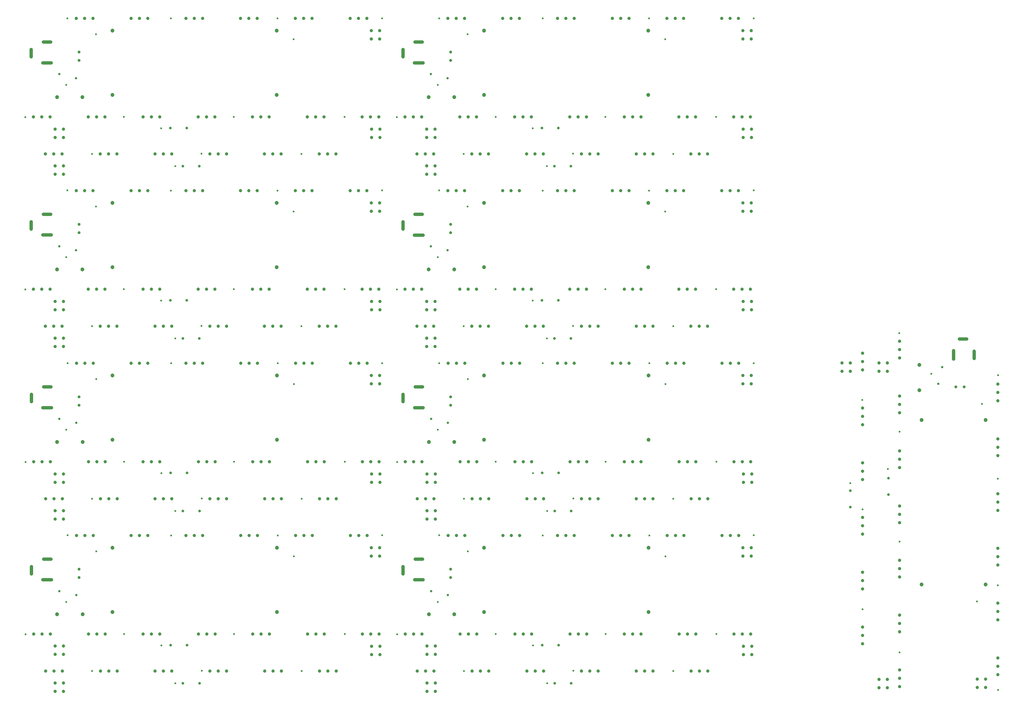
<source format=gbr>
%TF.GenerationSoftware,KiCad,Pcbnew,9.0.0*%
%TF.CreationDate,2025-07-23T13:45:27+02:00*%
%TF.ProjectId,PowerPCB,506f7765-7250-4434-922e-6b696361645f,rev?*%
%TF.SameCoordinates,Original*%
%TF.FileFunction,Plated,1,2,PTH,Mixed*%
%TF.FilePolarity,Positive*%
%FSLAX46Y46*%
G04 Gerber Fmt 4.6, Leading zero omitted, Abs format (unit mm)*
G04 Created by KiCad (PCBNEW 9.0.0) date 2025-07-23 13:45:27*
%MOMM*%
%LPD*%
G01*
G04 APERTURE LIST*
%TA.AperFunction,ViaDrill*%
%ADD10C,0.600000*%
%TD*%
%TA.AperFunction,ComponentDrill*%
%ADD11C,0.710000*%
%TD*%
%TA.AperFunction,ComponentDrill*%
%ADD12C,0.800000*%
%TD*%
%TA.AperFunction,ComponentDrill*%
%ADD13C,0.900000*%
%TD*%
G04 aperture for slot hole*
%TA.AperFunction,ComponentDrill*%
%ADD14C,1.000000*%
%TD*%
%TA.AperFunction,ComponentDrill*%
%ADD15C,1.000000*%
%TD*%
%TA.AperFunction,ComponentDrill*%
%ADD16C,1.200000*%
%TD*%
G04 APERTURE END LIST*
D10*
X58200000Y-73299000D03*
X58200000Y-125700553D03*
X58250000Y-178199000D03*
X58250000Y-230599000D03*
X70600000Y-63499000D03*
X70600000Y-115900553D03*
X70650000Y-168399000D03*
X70650000Y-220799000D03*
X71000000Y-43199000D03*
X71000000Y-95600553D03*
X71050000Y-148099000D03*
X71050000Y-200499000D03*
X78500000Y-84499000D03*
X78500000Y-136900553D03*
X78550000Y-189399000D03*
X78550000Y-241799000D03*
X79700000Y-48099000D03*
X79700000Y-100500553D03*
X79750000Y-152999000D03*
X79750000Y-205399000D03*
X88200000Y-73200000D03*
X88200000Y-125601553D03*
X88250000Y-178100000D03*
X88250000Y-230500000D03*
X99500000Y-76699000D03*
X99500000Y-129100553D03*
X99550000Y-181599000D03*
X99550000Y-233999000D03*
X102500000Y-43249000D03*
X102500000Y-95650553D03*
X102550000Y-148149000D03*
X102550000Y-200549000D03*
X103800000Y-88199000D03*
X103800000Y-140600553D03*
X103850000Y-193099000D03*
X103850000Y-245499000D03*
X111800000Y-84399000D03*
X111800000Y-136800553D03*
X111850000Y-189299000D03*
X111850000Y-241699000D03*
X121600000Y-73200000D03*
X121600000Y-125601553D03*
X121650000Y-178100000D03*
X121650000Y-230500000D03*
X134900000Y-43249000D03*
X134900000Y-95650553D03*
X134950000Y-148149000D03*
X134950000Y-200549000D03*
X139800000Y-49599000D03*
X139800000Y-102000553D03*
X139850000Y-154499000D03*
X139850000Y-206899000D03*
X142200000Y-84449000D03*
X142200000Y-136850553D03*
X142250000Y-189349000D03*
X142250000Y-241749000D03*
X155300000Y-73200000D03*
X155300000Y-125601553D03*
X155350000Y-178100000D03*
X155350000Y-230500000D03*
X166700000Y-43199000D03*
X166700000Y-95600553D03*
X166750000Y-148099000D03*
X166750000Y-200499000D03*
X171250000Y-73300000D03*
X171250000Y-125701553D03*
X171300000Y-178200000D03*
X171300000Y-230600000D03*
X183650000Y-63500000D03*
X183650000Y-115901553D03*
X183700000Y-168400000D03*
X183700000Y-220800000D03*
X184050000Y-43200000D03*
X184050000Y-95601553D03*
X184100000Y-148100000D03*
X184100000Y-200500000D03*
X191550000Y-84500000D03*
X191550000Y-136901553D03*
X191600000Y-189400000D03*
X191600000Y-241800000D03*
X192750000Y-48100000D03*
X192750000Y-100501553D03*
X192800000Y-153000000D03*
X192800000Y-205400000D03*
X201250000Y-73201000D03*
X201250000Y-125602553D03*
X201300000Y-178101000D03*
X201300000Y-230501000D03*
X212550000Y-76700000D03*
X212550000Y-129101553D03*
X212600000Y-181600000D03*
X212600000Y-234000000D03*
X215550000Y-43250000D03*
X215550000Y-95651553D03*
X215600000Y-148150000D03*
X215600000Y-200550000D03*
X216850000Y-88200000D03*
X216850000Y-140601553D03*
X216900000Y-193100000D03*
X216900000Y-245500000D03*
X224850000Y-84400000D03*
X224850000Y-136801553D03*
X224900000Y-189300000D03*
X224900000Y-241700000D03*
X234650000Y-73201000D03*
X234650000Y-125602553D03*
X234700000Y-178101000D03*
X234700000Y-230501000D03*
X247950000Y-43250000D03*
X247950000Y-95651553D03*
X248000000Y-148150000D03*
X248000000Y-200550000D03*
X252850000Y-49600000D03*
X252850000Y-102001553D03*
X252900000Y-154500000D03*
X252900000Y-206900000D03*
X255250000Y-84450000D03*
X255250000Y-136851553D03*
X255300000Y-189350000D03*
X255300000Y-241750000D03*
X268350000Y-73201000D03*
X268350000Y-125602553D03*
X268400000Y-178101000D03*
X268400000Y-230501000D03*
X279750000Y-43200000D03*
X279750000Y-95601553D03*
X279800000Y-148100000D03*
X279800000Y-200500000D03*
X309100000Y-184599000D03*
X312800000Y-159299000D03*
X312850000Y-222999000D03*
X312900000Y-192599000D03*
X320600000Y-180299000D03*
X324000000Y-138999000D03*
X324099000Y-168999000D03*
X324099000Y-202399000D03*
X324099000Y-236099000D03*
X333800000Y-151399000D03*
X347700000Y-220599000D03*
X349200000Y-160499000D03*
X354050000Y-183299000D03*
X354050000Y-215699000D03*
X354100000Y-151799000D03*
X354100000Y-247499000D03*
D11*
%TO.C,F1*%
X68500000Y-60199000D03*
X68500000Y-112600553D03*
X68550000Y-165099000D03*
X68550000Y-217499000D03*
X73600000Y-61399000D03*
X73600000Y-113800553D03*
X73650000Y-166299000D03*
X73650000Y-218699000D03*
X181550000Y-60200000D03*
X181550000Y-112601553D03*
X181600000Y-165100000D03*
X181600000Y-217500000D03*
X186650000Y-61400000D03*
X186650000Y-113801553D03*
X186700000Y-166300000D03*
X186700000Y-218700000D03*
X335900000Y-154399000D03*
X337100000Y-149299000D03*
D12*
%TO.C,C1*%
X102297349Y-76599000D03*
X102297349Y-129000553D03*
X102347349Y-181499000D03*
X102347349Y-233899000D03*
%TO.C,C2*%
X106097349Y-88199000D03*
X106097349Y-140600553D03*
X106147349Y-193099000D03*
X106147349Y-245499000D03*
%TO.C,C1*%
X107297349Y-76599000D03*
X107297349Y-129000553D03*
X107347349Y-181499000D03*
X107347349Y-233899000D03*
%TO.C,C2*%
X111097349Y-88199000D03*
X111097349Y-140600553D03*
X111147349Y-193099000D03*
X111147349Y-245499000D03*
%TO.C,C1*%
X215347349Y-76600000D03*
X215347349Y-129001553D03*
X215397349Y-181500000D03*
X215397349Y-233900000D03*
%TO.C,C2*%
X219147349Y-88200000D03*
X219147349Y-140601553D03*
X219197349Y-193100000D03*
X219197349Y-245500000D03*
%TO.C,C1*%
X220347349Y-76600000D03*
X220347349Y-129001553D03*
X220397349Y-181500000D03*
X220397349Y-233900000D03*
%TO.C,C2*%
X224147349Y-88200000D03*
X224147349Y-140601553D03*
X224197349Y-193100000D03*
X224197349Y-245500000D03*
X309100000Y-186896349D03*
X309100000Y-191896349D03*
%TO.C,C1*%
X320700000Y-183096349D03*
X320700000Y-188096349D03*
D13*
%TO.C,D1*%
X74500000Y-53504000D03*
X74500000Y-56044000D03*
X74500000Y-105905553D03*
X74500000Y-108445553D03*
X74550000Y-158404000D03*
X74550000Y-160944000D03*
X74550000Y-210804000D03*
X74550000Y-213344000D03*
X187550000Y-53505000D03*
X187550000Y-56045000D03*
X187550000Y-105906553D03*
X187550000Y-108446553D03*
X187600000Y-158405000D03*
X187600000Y-160945000D03*
X187600000Y-210805000D03*
X187600000Y-213345000D03*
X341255000Y-155299000D03*
X343795000Y-155299000D03*
D14*
%TO.C,J1*%
X60000000Y-52748000D02*
X60000000Y-54948000D01*
X60000000Y-105149553D02*
X60000000Y-107349553D01*
X60050000Y-157648000D02*
X60050000Y-159848000D01*
X60050000Y-210048000D02*
X60050000Y-212248000D01*
D15*
%TO.C,X7*%
X60658600Y-73200000D03*
X60658600Y-125601553D03*
X60708600Y-178100000D03*
X60708600Y-230500000D03*
X63198600Y-73200000D03*
X63198600Y-125601553D03*
X63248600Y-178100000D03*
X63248600Y-230500000D03*
%TO.C,X14*%
X64295400Y-84449000D03*
X64295400Y-136850553D03*
X64345400Y-189349000D03*
X64345400Y-241749000D03*
D14*
%TO.C,J1*%
X63700000Y-50448000D02*
X65900000Y-50448000D01*
X63500000Y-56748000D02*
X66100000Y-56748000D01*
X63700000Y-102849553D02*
X65900000Y-102849553D01*
X63500000Y-109149553D02*
X66100000Y-109149553D01*
X63750000Y-155348000D02*
X65950000Y-155348000D01*
X63550000Y-161648000D02*
X66150000Y-161648000D01*
X63750000Y-207748000D02*
X65950000Y-207748000D01*
X63550000Y-214048000D02*
X66150000Y-214048000D01*
D15*
%TO.C,X7*%
X65738600Y-73200000D03*
X65738600Y-125601553D03*
X65788600Y-178100000D03*
X65788600Y-230500000D03*
%TO.C,X14*%
X66835400Y-84449000D03*
X66835400Y-136850553D03*
X66885400Y-189349000D03*
X66885400Y-241749000D03*
%TO.C,J4*%
X67235000Y-76900000D03*
X67235000Y-79440000D03*
%TO.C,J5*%
X67235000Y-88149000D03*
X67235000Y-90689000D03*
%TO.C,J4*%
X67235000Y-129301553D03*
X67235000Y-131841553D03*
%TO.C,J5*%
X67235000Y-140550553D03*
X67235000Y-143090553D03*
%TO.C,J4*%
X67285000Y-181800000D03*
X67285000Y-184340000D03*
%TO.C,J5*%
X67285000Y-193049000D03*
X67285000Y-195589000D03*
%TO.C,J4*%
X67285000Y-234200000D03*
X67285000Y-236740000D03*
%TO.C,J5*%
X67285000Y-245449000D03*
X67285000Y-247989000D03*
%TO.C,X14*%
X69375400Y-84449000D03*
X69375400Y-136850553D03*
X69425400Y-189349000D03*
X69425400Y-241749000D03*
%TO.C,J4*%
X69775000Y-76900000D03*
X69775000Y-79440000D03*
%TO.C,J5*%
X69775000Y-88149000D03*
X69775000Y-90689000D03*
%TO.C,J4*%
X69775000Y-129301553D03*
X69775000Y-131841553D03*
%TO.C,J5*%
X69775000Y-140550553D03*
X69775000Y-143090553D03*
%TO.C,J4*%
X69825000Y-181800000D03*
X69825000Y-184340000D03*
%TO.C,J5*%
X69825000Y-193049000D03*
X69825000Y-195589000D03*
%TO.C,J4*%
X69825000Y-234200000D03*
X69825000Y-236740000D03*
%TO.C,J5*%
X69825000Y-245449000D03*
X69825000Y-247989000D03*
%TO.C,X1*%
X73684200Y-43249000D03*
X73684200Y-95650553D03*
X73734200Y-148149000D03*
X73734200Y-200549000D03*
X76224200Y-43249000D03*
X76224200Y-95650553D03*
X76274200Y-148149000D03*
X76274200Y-200549000D03*
%TO.C,X8*%
X77321000Y-73200000D03*
X77321000Y-125601553D03*
X77371000Y-178100000D03*
X77371000Y-230500000D03*
%TO.C,X1*%
X78764200Y-43249000D03*
X78764200Y-95650553D03*
X78814200Y-148149000D03*
X78814200Y-200549000D03*
%TO.C,X8*%
X79861000Y-73200000D03*
X79861000Y-125601553D03*
X79911000Y-178100000D03*
X79911000Y-230500000D03*
%TO.C,X15*%
X80957800Y-84449000D03*
X80957800Y-136850553D03*
X81007800Y-189349000D03*
X81007800Y-241749000D03*
%TO.C,X8*%
X82401000Y-73200000D03*
X82401000Y-125601553D03*
X82451000Y-178100000D03*
X82451000Y-230500000D03*
%TO.C,X15*%
X83497800Y-84449000D03*
X83497800Y-136850553D03*
X83547800Y-189349000D03*
X83547800Y-241749000D03*
X86037800Y-84449000D03*
X86037800Y-136850553D03*
X86087800Y-189349000D03*
X86087800Y-241749000D03*
%TO.C,X2*%
X90346600Y-43249000D03*
X90346600Y-95650553D03*
X90396600Y-148149000D03*
X90396600Y-200549000D03*
X92886600Y-43249000D03*
X92886600Y-95650553D03*
X92936600Y-148149000D03*
X92936600Y-200549000D03*
%TO.C,X9*%
X93975000Y-73199000D03*
X93975000Y-125600553D03*
X94025000Y-178099000D03*
X94025000Y-230499000D03*
%TO.C,X2*%
X95426600Y-43249000D03*
X95426600Y-95650553D03*
X95476600Y-148149000D03*
X95476600Y-200549000D03*
%TO.C,X9*%
X96515000Y-73199000D03*
X96515000Y-125600553D03*
X96565000Y-178099000D03*
X96565000Y-230499000D03*
%TO.C,X16*%
X97620200Y-84449000D03*
X97620200Y-136850553D03*
X97670200Y-189349000D03*
X97670200Y-241749000D03*
%TO.C,X9*%
X99055000Y-73199000D03*
X99055000Y-125600553D03*
X99105000Y-178099000D03*
X99105000Y-230499000D03*
%TO.C,X16*%
X100160200Y-84449000D03*
X100160200Y-136850553D03*
X100210200Y-189349000D03*
X100210200Y-241749000D03*
X102700200Y-84449000D03*
X102700200Y-136850553D03*
X102750200Y-189349000D03*
X102750200Y-241749000D03*
%TO.C,X3*%
X107009000Y-43249000D03*
X107009000Y-95650553D03*
X107059000Y-148149000D03*
X107059000Y-200549000D03*
X109549000Y-43249000D03*
X109549000Y-95650553D03*
X109599000Y-148149000D03*
X109599000Y-200549000D03*
%TO.C,X10*%
X110775000Y-73199000D03*
X110775000Y-125600553D03*
X110825000Y-178099000D03*
X110825000Y-230499000D03*
%TO.C,X3*%
X112089000Y-43249000D03*
X112089000Y-95650553D03*
X112139000Y-148149000D03*
X112139000Y-200549000D03*
%TO.C,X10*%
X113315000Y-73199000D03*
X113315000Y-125600553D03*
X113365000Y-178099000D03*
X113365000Y-230499000D03*
%TO.C,X17*%
X114282600Y-84449000D03*
X114282600Y-136850553D03*
X114332600Y-189349000D03*
X114332600Y-241749000D03*
%TO.C,X10*%
X115855000Y-73199000D03*
X115855000Y-125600553D03*
X115905000Y-178099000D03*
X115905000Y-230499000D03*
%TO.C,X17*%
X116822600Y-84449000D03*
X116822600Y-136850553D03*
X116872600Y-189349000D03*
X116872600Y-241749000D03*
X119362600Y-84449000D03*
X119362600Y-136850553D03*
X119412600Y-189349000D03*
X119412600Y-241749000D03*
%TO.C,X4*%
X123671400Y-43249000D03*
X123671400Y-95650553D03*
X123721400Y-148149000D03*
X123721400Y-200549000D03*
X126211400Y-43249000D03*
X126211400Y-95650553D03*
X126261400Y-148149000D03*
X126261400Y-200549000D03*
%TO.C,X11*%
X127308200Y-73200000D03*
X127308200Y-125601553D03*
X127358200Y-178100000D03*
X127358200Y-230500000D03*
%TO.C,X4*%
X128751400Y-43249000D03*
X128751400Y-95650553D03*
X128801400Y-148149000D03*
X128801400Y-200549000D03*
%TO.C,X11*%
X129848200Y-73200000D03*
X129848200Y-125601553D03*
X129898200Y-178100000D03*
X129898200Y-230500000D03*
%TO.C,X18*%
X130945000Y-84449000D03*
X130945000Y-136850553D03*
X130995000Y-189349000D03*
X130995000Y-241749000D03*
%TO.C,X11*%
X132388200Y-73200000D03*
X132388200Y-125601553D03*
X132438200Y-178100000D03*
X132438200Y-230500000D03*
%TO.C,X18*%
X133485000Y-84449000D03*
X133485000Y-136850553D03*
X133535000Y-189349000D03*
X133535000Y-241749000D03*
X136025000Y-84449000D03*
X136025000Y-136850553D03*
X136075000Y-189349000D03*
X136075000Y-241749000D03*
%TO.C,X5*%
X140333800Y-43249000D03*
X140333800Y-95650553D03*
X140383800Y-148149000D03*
X140383800Y-200549000D03*
X142873800Y-43249000D03*
X142873800Y-95650553D03*
X142923800Y-148149000D03*
X142923800Y-200549000D03*
%TO.C,X12*%
X143970600Y-73200000D03*
X143970600Y-125601553D03*
X144020600Y-178100000D03*
X144020600Y-230500000D03*
%TO.C,X5*%
X145413800Y-43249000D03*
X145413800Y-95650553D03*
X145463800Y-148149000D03*
X145463800Y-200549000D03*
%TO.C,X12*%
X146510600Y-73200000D03*
X146510600Y-125601553D03*
X146560600Y-178100000D03*
X146560600Y-230500000D03*
%TO.C,X19*%
X147607400Y-84449000D03*
X147607400Y-136850553D03*
X147657400Y-189349000D03*
X147657400Y-241749000D03*
%TO.C,X12*%
X149050600Y-73200000D03*
X149050600Y-125601553D03*
X149100600Y-178100000D03*
X149100600Y-230500000D03*
%TO.C,X19*%
X150147400Y-84449000D03*
X150147400Y-136850553D03*
X150197400Y-189349000D03*
X150197400Y-241749000D03*
X152687400Y-84449000D03*
X152687400Y-136850553D03*
X152737400Y-189349000D03*
X152737400Y-241749000D03*
%TO.C,X6*%
X156996200Y-43249000D03*
X156996200Y-95650553D03*
X157046200Y-148149000D03*
X157046200Y-200549000D03*
X159536200Y-43249000D03*
X159536200Y-95650553D03*
X159586200Y-148149000D03*
X159586200Y-200549000D03*
%TO.C,X13*%
X160633000Y-73200000D03*
X160633000Y-125601553D03*
X160683000Y-178100000D03*
X160683000Y-230500000D03*
%TO.C,X6*%
X162076200Y-43249000D03*
X162076200Y-95650553D03*
X162126200Y-148149000D03*
X162126200Y-200549000D03*
%TO.C,X13*%
X163173000Y-73200000D03*
X163173000Y-125601553D03*
X163223000Y-178100000D03*
X163223000Y-230500000D03*
%TO.C,J2*%
X163400000Y-46999000D03*
X163400000Y-49539000D03*
X163400000Y-99400553D03*
X163400000Y-101940553D03*
X163450000Y-151899000D03*
X163450000Y-154439000D03*
X163450000Y-204299000D03*
X163450000Y-206839000D03*
%TO.C,J3*%
X163500000Y-76925000D03*
X163500000Y-79465000D03*
X163500000Y-129326553D03*
X163500000Y-131866553D03*
X163550000Y-181825000D03*
X163550000Y-184365000D03*
X163550000Y-234225000D03*
X163550000Y-236765000D03*
%TO.C,X13*%
X165713000Y-73200000D03*
X165713000Y-125601553D03*
X165763000Y-178100000D03*
X165763000Y-230500000D03*
%TO.C,J2*%
X165940000Y-46999000D03*
X165940000Y-49539000D03*
X165940000Y-99400553D03*
X165940000Y-101940553D03*
X165990000Y-151899000D03*
X165990000Y-154439000D03*
X165990000Y-204299000D03*
X165990000Y-206839000D03*
%TO.C,J3*%
X166040000Y-76925000D03*
X166040000Y-79465000D03*
X166040000Y-129326553D03*
X166040000Y-131866553D03*
X166090000Y-181825000D03*
X166090000Y-184365000D03*
X166090000Y-234225000D03*
X166090000Y-236765000D03*
D14*
%TO.C,J1*%
X173050000Y-52749000D02*
X173050000Y-54949000D01*
X173050000Y-105150553D02*
X173050000Y-107350553D01*
X173100000Y-157649000D02*
X173100000Y-159849000D01*
X173100000Y-210049000D02*
X173100000Y-212249000D01*
D15*
%TO.C,X7*%
X173708600Y-73201000D03*
X173708600Y-125602553D03*
X173758600Y-178101000D03*
X173758600Y-230501000D03*
X176248600Y-73201000D03*
X176248600Y-125602553D03*
X176298600Y-178101000D03*
X176298600Y-230501000D03*
%TO.C,X14*%
X177345400Y-84450000D03*
X177345400Y-136851553D03*
X177395400Y-189350000D03*
X177395400Y-241750000D03*
D14*
%TO.C,J1*%
X176750000Y-50449000D02*
X178950000Y-50449000D01*
X176550000Y-56749000D02*
X179150000Y-56749000D01*
X176750000Y-102850553D02*
X178950000Y-102850553D01*
X176550000Y-109150553D02*
X179150000Y-109150553D01*
X176800000Y-155349000D02*
X179000000Y-155349000D01*
X176600000Y-161649000D02*
X179200000Y-161649000D01*
X176800000Y-207749000D02*
X179000000Y-207749000D01*
X176600000Y-214049000D02*
X179200000Y-214049000D01*
D15*
%TO.C,X7*%
X178788600Y-73201000D03*
X178788600Y-125602553D03*
X178838600Y-178101000D03*
X178838600Y-230501000D03*
%TO.C,X14*%
X179885400Y-84450000D03*
X179885400Y-136851553D03*
X179935400Y-189350000D03*
X179935400Y-241750000D03*
%TO.C,J4*%
X180285000Y-76901000D03*
X180285000Y-79441000D03*
%TO.C,J5*%
X180285000Y-88150000D03*
X180285000Y-90690000D03*
%TO.C,J4*%
X180285000Y-129302553D03*
X180285000Y-131842553D03*
%TO.C,J5*%
X180285000Y-140551553D03*
X180285000Y-143091553D03*
%TO.C,J4*%
X180335000Y-181801000D03*
X180335000Y-184341000D03*
%TO.C,J5*%
X180335000Y-193050000D03*
X180335000Y-195590000D03*
%TO.C,J4*%
X180335000Y-234201000D03*
X180335000Y-236741000D03*
%TO.C,J5*%
X180335000Y-245450000D03*
X180335000Y-247990000D03*
%TO.C,X14*%
X182425400Y-84450000D03*
X182425400Y-136851553D03*
X182475400Y-189350000D03*
X182475400Y-241750000D03*
%TO.C,J4*%
X182825000Y-76901000D03*
X182825000Y-79441000D03*
%TO.C,J5*%
X182825000Y-88150000D03*
X182825000Y-90690000D03*
%TO.C,J4*%
X182825000Y-129302553D03*
X182825000Y-131842553D03*
%TO.C,J5*%
X182825000Y-140551553D03*
X182825000Y-143091553D03*
%TO.C,J4*%
X182875000Y-181801000D03*
X182875000Y-184341000D03*
%TO.C,J5*%
X182875000Y-193050000D03*
X182875000Y-195590000D03*
%TO.C,J4*%
X182875000Y-234201000D03*
X182875000Y-236741000D03*
%TO.C,J5*%
X182875000Y-245450000D03*
X182875000Y-247990000D03*
%TO.C,X1*%
X186734200Y-43250000D03*
X186734200Y-95651553D03*
X186784200Y-148150000D03*
X186784200Y-200550000D03*
X189274200Y-43250000D03*
X189274200Y-95651553D03*
X189324200Y-148150000D03*
X189324200Y-200550000D03*
%TO.C,X8*%
X190371000Y-73201000D03*
X190371000Y-125602553D03*
X190421000Y-178101000D03*
X190421000Y-230501000D03*
%TO.C,X1*%
X191814200Y-43250000D03*
X191814200Y-95651553D03*
X191864200Y-148150000D03*
X191864200Y-200550000D03*
%TO.C,X8*%
X192911000Y-73201000D03*
X192911000Y-125602553D03*
X192961000Y-178101000D03*
X192961000Y-230501000D03*
%TO.C,X15*%
X194007800Y-84450000D03*
X194007800Y-136851553D03*
X194057800Y-189350000D03*
X194057800Y-241750000D03*
%TO.C,X8*%
X195451000Y-73201000D03*
X195451000Y-125602553D03*
X195501000Y-178101000D03*
X195501000Y-230501000D03*
%TO.C,X15*%
X196547800Y-84450000D03*
X196547800Y-136851553D03*
X196597800Y-189350000D03*
X196597800Y-241750000D03*
X199087800Y-84450000D03*
X199087800Y-136851553D03*
X199137800Y-189350000D03*
X199137800Y-241750000D03*
%TO.C,X2*%
X203396600Y-43250000D03*
X203396600Y-95651553D03*
X203446600Y-148150000D03*
X203446600Y-200550000D03*
X205936600Y-43250000D03*
X205936600Y-95651553D03*
X205986600Y-148150000D03*
X205986600Y-200550000D03*
%TO.C,X9*%
X207025000Y-73200000D03*
X207025000Y-125601553D03*
X207075000Y-178100000D03*
X207075000Y-230500000D03*
%TO.C,X2*%
X208476600Y-43250000D03*
X208476600Y-95651553D03*
X208526600Y-148150000D03*
X208526600Y-200550000D03*
%TO.C,X9*%
X209565000Y-73200000D03*
X209565000Y-125601553D03*
X209615000Y-178100000D03*
X209615000Y-230500000D03*
%TO.C,X16*%
X210670200Y-84450000D03*
X210670200Y-136851553D03*
X210720200Y-189350000D03*
X210720200Y-241750000D03*
%TO.C,X9*%
X212105000Y-73200000D03*
X212105000Y-125601553D03*
X212155000Y-178100000D03*
X212155000Y-230500000D03*
%TO.C,X16*%
X213210200Y-84450000D03*
X213210200Y-136851553D03*
X213260200Y-189350000D03*
X213260200Y-241750000D03*
X215750200Y-84450000D03*
X215750200Y-136851553D03*
X215800200Y-189350000D03*
X215800200Y-241750000D03*
%TO.C,X3*%
X220059000Y-43250000D03*
X220059000Y-95651553D03*
X220109000Y-148150000D03*
X220109000Y-200550000D03*
X222599000Y-43250000D03*
X222599000Y-95651553D03*
X222649000Y-148150000D03*
X222649000Y-200550000D03*
%TO.C,X10*%
X223825000Y-73200000D03*
X223825000Y-125601553D03*
X223875000Y-178100000D03*
X223875000Y-230500000D03*
%TO.C,X3*%
X225139000Y-43250000D03*
X225139000Y-95651553D03*
X225189000Y-148150000D03*
X225189000Y-200550000D03*
%TO.C,X10*%
X226365000Y-73200000D03*
X226365000Y-125601553D03*
X226415000Y-178100000D03*
X226415000Y-230500000D03*
%TO.C,X17*%
X227332600Y-84450000D03*
X227332600Y-136851553D03*
X227382600Y-189350000D03*
X227382600Y-241750000D03*
%TO.C,X10*%
X228905000Y-73200000D03*
X228905000Y-125601553D03*
X228955000Y-178100000D03*
X228955000Y-230500000D03*
%TO.C,X17*%
X229872600Y-84450000D03*
X229872600Y-136851553D03*
X229922600Y-189350000D03*
X229922600Y-241750000D03*
X232412600Y-84450000D03*
X232412600Y-136851553D03*
X232462600Y-189350000D03*
X232462600Y-241750000D03*
%TO.C,X4*%
X236721400Y-43250000D03*
X236721400Y-95651553D03*
X236771400Y-148150000D03*
X236771400Y-200550000D03*
X239261400Y-43250000D03*
X239261400Y-95651553D03*
X239311400Y-148150000D03*
X239311400Y-200550000D03*
%TO.C,X11*%
X240358200Y-73201000D03*
X240358200Y-125602553D03*
X240408200Y-178101000D03*
X240408200Y-230501000D03*
%TO.C,X4*%
X241801400Y-43250000D03*
X241801400Y-95651553D03*
X241851400Y-148150000D03*
X241851400Y-200550000D03*
%TO.C,X11*%
X242898200Y-73201000D03*
X242898200Y-125602553D03*
X242948200Y-178101000D03*
X242948200Y-230501000D03*
%TO.C,X18*%
X243995000Y-84450000D03*
X243995000Y-136851553D03*
X244045000Y-189350000D03*
X244045000Y-241750000D03*
%TO.C,X11*%
X245438200Y-73201000D03*
X245438200Y-125602553D03*
X245488200Y-178101000D03*
X245488200Y-230501000D03*
%TO.C,X18*%
X246535000Y-84450000D03*
X246535000Y-136851553D03*
X246585000Y-189350000D03*
X246585000Y-241750000D03*
X249075000Y-84450000D03*
X249075000Y-136851553D03*
X249125000Y-189350000D03*
X249125000Y-241750000D03*
%TO.C,X5*%
X253383800Y-43250000D03*
X253383800Y-95651553D03*
X253433800Y-148150000D03*
X253433800Y-200550000D03*
X255923800Y-43250000D03*
X255923800Y-95651553D03*
X255973800Y-148150000D03*
X255973800Y-200550000D03*
%TO.C,X12*%
X257020600Y-73201000D03*
X257020600Y-125602553D03*
X257070600Y-178101000D03*
X257070600Y-230501000D03*
%TO.C,X5*%
X258463800Y-43250000D03*
X258463800Y-95651553D03*
X258513800Y-148150000D03*
X258513800Y-200550000D03*
%TO.C,X12*%
X259560600Y-73201000D03*
X259560600Y-125602553D03*
X259610600Y-178101000D03*
X259610600Y-230501000D03*
%TO.C,X19*%
X260657400Y-84450000D03*
X260657400Y-136851553D03*
X260707400Y-189350000D03*
X260707400Y-241750000D03*
%TO.C,X12*%
X262100600Y-73201000D03*
X262100600Y-125602553D03*
X262150600Y-178101000D03*
X262150600Y-230501000D03*
%TO.C,X19*%
X263197400Y-84450000D03*
X263197400Y-136851553D03*
X263247400Y-189350000D03*
X263247400Y-241750000D03*
X265737400Y-84450000D03*
X265737400Y-136851553D03*
X265787400Y-189350000D03*
X265787400Y-241750000D03*
%TO.C,X6*%
X270046200Y-43250000D03*
X270046200Y-95651553D03*
X270096200Y-148150000D03*
X270096200Y-200550000D03*
X272586200Y-43250000D03*
X272586200Y-95651553D03*
X272636200Y-148150000D03*
X272636200Y-200550000D03*
%TO.C,X13*%
X273683000Y-73201000D03*
X273683000Y-125602553D03*
X273733000Y-178101000D03*
X273733000Y-230501000D03*
%TO.C,X6*%
X275126200Y-43250000D03*
X275126200Y-95651553D03*
X275176200Y-148150000D03*
X275176200Y-200550000D03*
%TO.C,X13*%
X276223000Y-73201000D03*
X276223000Y-125602553D03*
X276273000Y-178101000D03*
X276273000Y-230501000D03*
%TO.C,J2*%
X276450000Y-47000000D03*
X276450000Y-49540000D03*
X276450000Y-99401553D03*
X276450000Y-101941553D03*
X276500000Y-151900000D03*
X276500000Y-154440000D03*
X276500000Y-204300000D03*
X276500000Y-206840000D03*
%TO.C,J3*%
X276550000Y-76926000D03*
X276550000Y-79466000D03*
X276550000Y-129327553D03*
X276550000Y-131867553D03*
X276600000Y-181826000D03*
X276600000Y-184366000D03*
X276600000Y-234226000D03*
X276600000Y-236766000D03*
%TO.C,X13*%
X278763000Y-73201000D03*
X278763000Y-125602553D03*
X278813000Y-178101000D03*
X278813000Y-230501000D03*
%TO.C,J2*%
X278990000Y-47000000D03*
X278990000Y-49540000D03*
X278990000Y-99401553D03*
X278990000Y-101941553D03*
X279040000Y-151900000D03*
X279040000Y-154440000D03*
X279040000Y-204300000D03*
X279040000Y-206840000D03*
%TO.C,J3*%
X279090000Y-76926000D03*
X279090000Y-79466000D03*
X279090000Y-129327553D03*
X279090000Y-131867553D03*
X279140000Y-181826000D03*
X279140000Y-184366000D03*
X279140000Y-234226000D03*
X279140000Y-236766000D03*
%TO.C,J5*%
X306610000Y-148034000D03*
X306610000Y-150574000D03*
X309150000Y-148034000D03*
X309150000Y-150574000D03*
%TO.C,X14*%
X312850000Y-145094400D03*
X312850000Y-147634400D03*
X312850000Y-150174400D03*
%TO.C,X15*%
X312850000Y-161756800D03*
X312850000Y-164296800D03*
X312850000Y-166836800D03*
%TO.C,X16*%
X312850000Y-178419200D03*
X312850000Y-180959200D03*
X312850000Y-183499200D03*
%TO.C,X17*%
X312850000Y-195081600D03*
X312850000Y-197621600D03*
X312850000Y-200161600D03*
%TO.C,X18*%
X312850000Y-211744000D03*
X312850000Y-214284000D03*
X312850000Y-216824000D03*
%TO.C,X19*%
X312850000Y-228406400D03*
X312850000Y-230946400D03*
X312850000Y-233486400D03*
%TO.C,J3*%
X317834000Y-244299000D03*
X317834000Y-246839000D03*
%TO.C,J4*%
X317859000Y-148034000D03*
X317859000Y-150574000D03*
%TO.C,J3*%
X320374000Y-244299000D03*
X320374000Y-246839000D03*
%TO.C,J4*%
X320399000Y-148034000D03*
X320399000Y-150574000D03*
%TO.C,X7*%
X324099000Y-141457600D03*
X324099000Y-143997600D03*
X324099000Y-146537600D03*
%TO.C,X8*%
X324099000Y-158120000D03*
X324099000Y-160660000D03*
X324099000Y-163200000D03*
%TO.C,X11*%
X324099000Y-208107200D03*
X324099000Y-210647200D03*
X324099000Y-213187200D03*
%TO.C,X12*%
X324099000Y-224769600D03*
X324099000Y-227309600D03*
X324099000Y-229849600D03*
%TO.C,X13*%
X324099000Y-241432000D03*
X324099000Y-243972000D03*
X324099000Y-246512000D03*
%TO.C,X9*%
X324100000Y-174774000D03*
X324100000Y-177314000D03*
X324100000Y-179854000D03*
%TO.C,X10*%
X324100000Y-191574000D03*
X324100000Y-194114000D03*
X324100000Y-196654000D03*
D14*
%TO.C,J1*%
X340551000Y-144299000D02*
X340551000Y-146899000D01*
X344551000Y-140799000D02*
X342351000Y-140799000D01*
X346851000Y-144499000D02*
X346851000Y-146699000D01*
D15*
%TO.C,J2*%
X347760000Y-244199000D03*
X347760000Y-246739000D03*
X350300000Y-244199000D03*
X350300000Y-246739000D03*
%TO.C,X1*%
X354050000Y-154483200D03*
X354050000Y-157023200D03*
X354050000Y-159563200D03*
%TO.C,X2*%
X354050000Y-171145600D03*
X354050000Y-173685600D03*
X354050000Y-176225600D03*
%TO.C,X3*%
X354050000Y-187808000D03*
X354050000Y-190348000D03*
X354050000Y-192888000D03*
%TO.C,X4*%
X354050000Y-204470400D03*
X354050000Y-207010400D03*
X354050000Y-209550400D03*
%TO.C,X5*%
X354050000Y-221132800D03*
X354050000Y-223672800D03*
X354050000Y-226212800D03*
%TO.C,X6*%
X354050000Y-237795200D03*
X354050000Y-240335200D03*
X354050000Y-242875200D03*
D16*
%TO.C,TH1*%
X67825000Y-67199000D03*
X67825000Y-119600553D03*
X67875000Y-172099000D03*
X67875000Y-224499000D03*
X75575000Y-67199000D03*
X75575000Y-119600553D03*
X75625000Y-172099000D03*
X75625000Y-224499000D03*
%TO.C,U1*%
X84650000Y-46999000D03*
X84650000Y-66499000D03*
X84650000Y-99400553D03*
X84650000Y-118900553D03*
X84700000Y-151899000D03*
X84700000Y-171399000D03*
X84700000Y-204299000D03*
X84700000Y-223799000D03*
X134650000Y-46999000D03*
X134650000Y-66499000D03*
X134650000Y-99400553D03*
X134650000Y-118900553D03*
X134700000Y-151899000D03*
X134700000Y-171399000D03*
X134700000Y-204299000D03*
X134700000Y-223799000D03*
%TO.C,TH1*%
X180875000Y-67200000D03*
X180875000Y-119601553D03*
X180925000Y-172100000D03*
X180925000Y-224500000D03*
X188625000Y-67200000D03*
X188625000Y-119601553D03*
X188675000Y-172100000D03*
X188675000Y-224500000D03*
%TO.C,U1*%
X197700000Y-47000000D03*
X197700000Y-66500000D03*
X197700000Y-99401553D03*
X197700000Y-118901553D03*
X197750000Y-151900000D03*
X197750000Y-171400000D03*
X197750000Y-204300000D03*
X197750000Y-223800000D03*
X247700000Y-47000000D03*
X247700000Y-66500000D03*
X247700000Y-99401553D03*
X247700000Y-118901553D03*
X247750000Y-151900000D03*
X247750000Y-171400000D03*
X247750000Y-204300000D03*
X247750000Y-223800000D03*
%TO.C,TH1*%
X330100000Y-148624000D03*
X330100000Y-156374000D03*
%TO.C,U1*%
X330800000Y-165449000D03*
X330800000Y-215449000D03*
X350300000Y-165449000D03*
X350300000Y-215449000D03*
M02*

</source>
